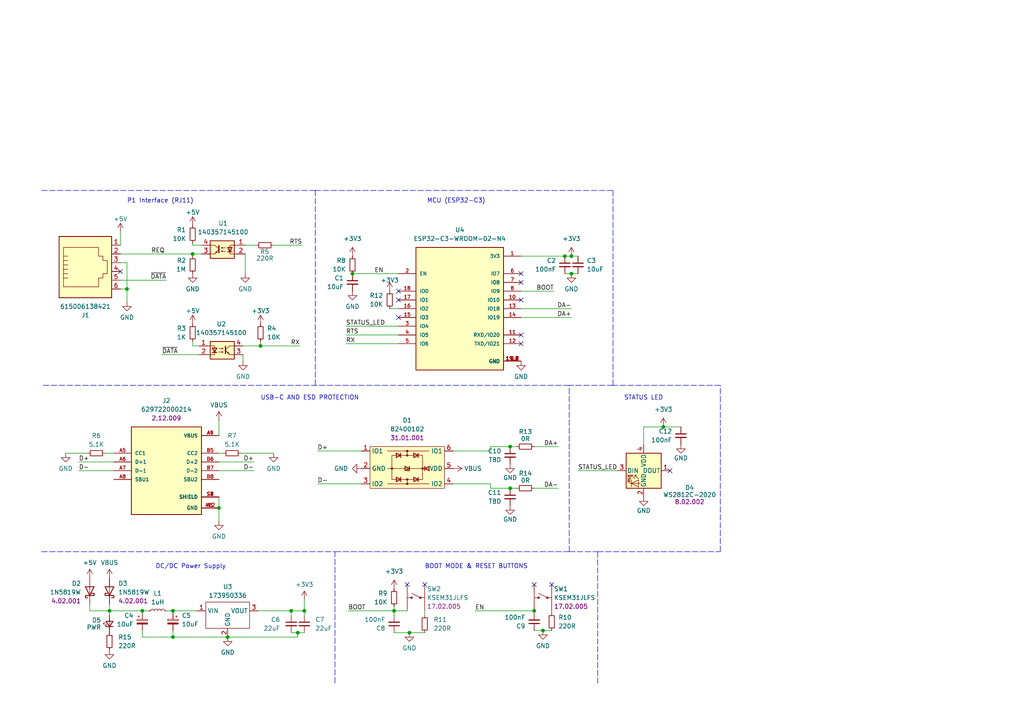
<source format=kicad_sch>
(kicad_sch (version 20230121) (generator eeschema)
  (paper "A4")
  (title_block (title "P1 Wireless Interface") (date "2024-03-17") (rev "1.0.0") (company "Manul Technologies"))
  (lib_symbols
    (symbol "Device:C_Polarized_Small" (pin_numbers hide) (pin_names (offset 0.254) hide)
      (property "Reference" "C" (at 0.254 1.778 0))
      (property "Value" "C_Polarized_Small" (at 0.254 -2.032 0))
      (symbol "C_Polarized_Small_0_1"
        (rectangle (start -1.524 -0.3048) (end 1.524 -0.6858) (fill (type outline)))
        (rectangle (start -1.524 0.6858) (end 1.524 0.3048))
        (polyline (pts (xy -1.27 1.524) (xy -0.762 1.524)))
        (polyline (pts (xy -1.016 1.27) (xy -1.016 1.778)))
      )
      (symbol "C_Polarized_Small_1_1"
        (pin passive line (at 0 2.54 270) (length 1.8542) (name "~") (number "1"))
        (pin passive line (at 0 -2.54 90) (length 1.8542) (name "~") (number "2"))
      )
    )
    (symbol "Device:C_Small" (pin_numbers hide) (pin_names (offset 0.254) hide)
      (property "Reference" "C" (at 0.254 1.778 0))
      (property "Value" "C_Small" (at 0.254 -2.032 0))
      (symbol "C_Small_0_1"
        (polyline (pts (xy -1.524 -0.508) (xy 1.524 -0.508)) (stroke (width 0.3302)))
        (polyline (pts (xy -1.524 0.508) (xy 1.524 0.508)) (stroke (width 0.3048)))
      )
      (symbol "C_Small_1_1"
        (pin passive line (at 0 2.54 270) (length 2.032) (name "~") (number "1"))
        (pin passive line (at 0 -2.54 90) (length 2.032) (name "~") (number "2"))
      )
    )
    (symbol "Device:LED_Small" (pin_numbers hide) (pin_names (offset 0.254) hide)
      (property "Reference" "D" (at -1.27 3.175 0))
      (property "Value" "LED_Small" (at -4.445 -2.54 0))
      (symbol "LED_Small_0_1"
        (polyline (pts (xy -0.762 -1.016) (xy -0.762 1.016)) (stroke (width 0.254)))
        (polyline (pts (xy 1.016 0) (xy -0.762 0)))
        (polyline (pts (xy 0.762 -1.016) (xy -0.762 0) (xy 0.762 1.016) (xy 0.762 -1.016)) (stroke (width 0.254)))
        (polyline (pts (xy 0 0.762) (xy -0.508 1.27) (xy -0.254 1.27) (xy -0.508 1.27) (xy -0.508 1.016)))
        (polyline (pts (xy 0.508 1.27) (xy 0 1.778) (xy 0.254 1.778) (xy 0 1.778) (xy 0 1.524)))
      )
      (symbol "LED_Small_1_1"
        (pin passive line (at -2.54 0 0) (length 1.778) (name "K") (number "1"))
        (pin passive line (at 2.54 0 180) (length 1.778) (name "A") (number "2"))
      )
    )
    (symbol "Device:L_Small" (pin_numbers hide) (pin_names (offset 0.254) hide)
      (property "Reference" "L" (at 0.762 1.016 0))
      (property "Value" "L_Small" (at 0.762 -1.016 0))
      (symbol "L_Small_0_1"
        (arc (start 0 -2.032) (mid 0.5058 -1.524) (end 0 -1.016))
        (arc (start 0 -1.016) (mid 0.5058 -0.508) (end 0 0))
        (arc (start 0 0) (mid 0.5058 0.508) (end 0 1.016))
        (arc (start 0 1.016) (mid 0.5058 1.524) (end 0 2.032))
      )
      (symbol "L_Small_1_1"
        (pin passive line (at 0 2.54 270) (length 0.508) (name "~") (number "1"))
        (pin passive line (at 0 -2.54 90) (length 0.508) (name "~") (number "2"))
      )
    )
    (symbol "Device:R_Small" (pin_numbers hide) (pin_names (offset 0.254) hide)
      (property "Reference" "R" (at 0.762 0.508 0))
      (property "Value" "R_Small" (at 0.762 -1.016 0))
      (symbol "R_Small_0_1"
        (rectangle (start -0.762 1.778) (end 0.762 -1.778) (stroke (width 0.2032)))
      )
      (symbol "R_Small_1_1"
        (pin passive line (at 0 2.54 270) (length 0.762) (name "~") (number "1"))
        (pin passive line (at 0 -2.54 90) (length 0.762) (name "~") (number "2"))
      )
    )
    (symbol "manul_tech:140357145100" (pin_names (offset 1.016))
      (property "Reference" "U" (at -0.635 6.35 0))
      (property "Value" "140357145100" (at -6.985 4.445 0))
      (symbol "140357145100_0_1"
        (rectangle (start -3.81 2.54) (end 3.175 -2.54) (stroke (width 0.254)) (fill (type background)))
        (polyline (pts (xy -3.175 -0.635) (xy -1.905 -0.635)) (stroke (width 0.254)))
        (polyline (pts (xy 0.635 0) (xy 1.905 -1.27)))
        (polyline (pts (xy 0.635 0.254) (xy 1.905 1.27)))
        (polyline (pts (xy 1.905 -1.27) (xy 3.175 -1.27)))
        (polyline (pts (xy 1.905 1.27) (xy 3.175 1.27)))
        (polyline (pts (xy 0.635 1.143) (xy 0.635 -0.889) (xy 0.635 -0.889)) (stroke (width 0.3556)))
        (polyline (pts (xy -4.445 -1.27) (xy -2.54 -1.27) (xy -2.54 1.27) (xy -4.445 1.27)))
        (polyline (pts (xy -2.54 -0.635) (xy -3.175 0.635) (xy -1.905 0.635) (xy -2.54 -0.635)) (stroke (width 0.254)))
        (polyline (pts (xy 1.651 -1.016) (xy 1.397 -0.508) (xy 1.143 -0.762) (xy 1.651 -1.016)))
        (polyline (pts (xy -1.27 -0.508) (xy 0 -0.508) (xy -0.381 -0.635) (xy -0.381 -0.381) (xy 0 -0.508)))
        (polyline (pts (xy -1.27 0.508) (xy 0 0.508) (xy -0.381 0.381) (xy -0.381 0.635) (xy 0 0.508)))
      )
      (symbol "140357145100_1_1"
        (pin passive line (at -6.985 1.27 0) (length 2.54) (name "~") (number "1"))
        (pin passive line (at -6.985 -1.27 0) (length 2.54) (name "~") (number "2"))
        (pin passive line (at 5.715 -1.27 180) (length 2.54) (name "~") (number "3"))
        (pin passive line (at 5.715 1.27 180) (length 2.54) (name "~") (number "4"))
      )
    )
    (symbol "manul_tech:173950336"
      (property "Reference" "U" (at 0 6.35 0))
      (property "Value" "173950336" (at 0 3.81 0))
      (symbol "173950336_0_1"
        (rectangle (start -6.35 2.54) (end 6.35 -5.08))
      )
      (symbol "173950336_1_1"
        (pin input line (at -8.89 0 0) (length 2.54) (name "VIN") (number "1"))
        (pin input line (at 0 -7.62 90) (length 2.54) (name "GND") (number "2"))
        (pin input line (at 8.89 0 180) (length 2.54) (name "VOUT") (number "3"))
      )
    )
    (symbol "manul_tech:1N5819W" (pin_numbers hide) (pin_names (offset 1.016) hide)
      (property "Reference" "D" (at 0 2.54 0))
      (property "Value" "1N5819W" (at 0 -2.54 0))
      (property "internalRef" "4.02.001" (at 0 -5.08 0))
      (symbol "1N5819W_0_1"
        (polyline (pts (xy 1.27 0) (xy -1.27 0)))
        (polyline (pts (xy 1.27 1.27) (xy 1.27 -1.27) (xy -1.27 0) (xy 1.27 1.27)) (stroke (width 0.254)))
        (polyline (pts (xy -1.905 0.635) (xy -1.905 1.27) (xy -1.27 1.27) (xy -1.27 -1.27) (xy -0.635 -1.27) (xy -0.635 -0.635)) (stroke (width 0.254)))
      )
      (symbol "1N5819W_1_1"
        (pin passive line (at -3.81 0 0) (length 2.54) (name "K") (number "1"))
        (pin passive line (at 3.81 0 180) (length 2.54) (name "A") (number "2"))
      )
    )
    (symbol "manul_tech:615006138421" (pin_names (offset 1.016))
      (property "Reference" "J" (at -5.08 11.43 0))
      (property "Value" "615006138421" (at 2.54 11.43 0))
      (symbol "615006138421_0_1"
        (polyline (pts (xy -6.35 -1.905) (xy -5.08 -1.905) (xy -5.08 -1.905)))
        (polyline (pts (xy -6.35 -0.635) (xy -5.08 -0.635) (xy -5.08 -0.635)))
        (polyline (pts (xy -6.35 0.635) (xy -5.08 0.635) (xy -5.08 0.635)))
        (polyline (pts (xy -6.35 1.905) (xy -5.08 1.905) (xy -5.08 1.905)))
        (polyline (pts (xy -6.35 3.175) (xy -5.08 3.175) (xy -5.08 3.175)))
        (polyline (pts (xy -5.08 4.445) (xy -6.35 4.445) (xy -6.35 4.445)))
        (polyline (pts (xy -6.35 -4.445) (xy -6.35 6.985) (xy 3.81 6.985) (xy 3.81 4.445) (xy 5.08 4.445) (xy 5.08 3.175) (xy 6.35 3.175) (xy 6.35 -0.635) (xy 5.08 -0.635) (xy 5.08 -1.905) (xy 3.81 -1.905) (xy 3.81 -4.445) (xy -6.35 -4.445) (xy -6.35 -4.445)))
        (rectangle (start 7.62 10.16) (end -7.62 -7.62) (stroke (width 0.254)) (fill (type background)))
      )
      (symbol "615006138421_1_1"
        (pin passive line (at 10.16 -5.08 180) (length 2.54) (name "~") (number "1"))
        (pin passive line (at 10.16 -2.54 180) (length 2.54) (name "~") (number "2"))
        (pin passive line (at 10.16 0 180) (length 2.54) (name "~") (number "3"))
        (pin passive line (at 10.16 2.54 180) (length 2.54) (name "~") (number "4"))
        (pin passive line (at 10.16 5.08 180) (length 2.54) (name "~") (number "5"))
        (pin passive line (at 10.16 7.62 180) (length 2.54) (name "~") (number "6"))
      )
    )
    (symbol "manul_tech:629722000214" (pin_names (offset 1.016))
      (property "Reference" "J" (at -10.16 13.208 0))
      (property "Value" "629722000214" (at -10.16 -15.24 0))
      (property "internalRef" "2.12.009" (at -0.635 14.605 0))
      (symbol "629722000214_0_0"
        (rectangle (start -10.16 -12.7) (end 10.16 12.7) (stroke (width 0.254)) (fill (type background)))
        (pin power_in line (at 15.24 -10.795 180) (length 5.08) (name "GND") (number "A1"))
        (pin power_in line (at 15.24 -10.795 180) (length 5.08) (name "GND") (number "A12"))
        (pin power_in line (at 15.24 10.16 180) (length 5.08) (name "VBUS") (number "A4"))
        (pin bidirectional line (at -15.24 5.08 0) (length 5.08) (name "CC1") (number "A5"))
        (pin bidirectional line (at -15.24 2.54 0) (length 5.08) (name "D+1") (number "A6"))
        (pin bidirectional line (at -15.24 0 0) (length 5.08) (name "D-1") (number "A7"))
        (pin bidirectional line (at -15.24 -2.54 0) (length 5.08) (name "SBU1") (number "A8"))
        (pin power_in line (at 15.24 10.16 180) (length 5.08) (name "VBUS") (number "A9"))
        (pin bidirectional line (at 15.24 5.08 180) (length 5.08) (name "CC2") (number "B5"))
        (pin bidirectional line (at 15.24 2.54 180) (length 5.08) (name "D+2") (number "B6"))
        (pin bidirectional line (at 15.24 0 180) (length 5.08) (name "D-2") (number "B7"))
        (pin bidirectional line (at 15.24 -2.54 180) (length 5.08) (name "SBU2") (number "B8"))
        (pin power_in line (at 15.24 -7.62 180) (length 5.08) (name "SHIELD") (number "S1"))
        (pin power_in line (at 15.24 -7.62 180) (length 5.08) (name "SHIELD") (number "S2"))
        (pin power_in line (at 15.24 -7.62 180) (length 5.08) (name "SHIELD") (number "S3"))
        (pin power_in line (at 15.24 -7.62 180) (length 5.08) (name "SHIELD") (number "S4"))
      )
    )
    (symbol "manul_tech:82400102"
      (property "Reference" "D" (at 0 9.525 0))
      (property "Value" "82400102" (at 0 7.62 0))
      (property "internalRef" "31.01.001" (at 0 12.065 0))
      (symbol "82400102_0_1"
        (circle (center -4.445 0) (radius 0.254) (fill (type outline)))
        (circle (center 0 -4.445) (radius 0.254) (fill (type outline)))
        (circle (center 0 -3.175) (radius 0.254) (fill (type outline)))
        (polyline (pts (xy -5.715 -4.445) (xy 0 -4.445)))
        (polyline (pts (xy -5.715 5.08) (xy 0 5.08)))
        (polyline (pts (xy 0 -4.445) (xy 6.35 -4.445)))
        (polyline (pts (xy 0 -3.175) (xy 0 -4.445)))
        (polyline (pts (xy 0 3.81) (xy 0 5.08)))
        (polyline (pts (xy 0 5.08) (xy 6.35 5.08)))
        (polyline (pts (xy 3.81 -3.175) (xy -3.81 -3.175)))
        (polyline (pts (xy 3.81 3.81) (xy -3.81 3.81)))
        (polyline (pts (xy 6.35 0) (xy -5.715 0)))
        (polyline (pts (xy -1.905 -2.54) (xy -1.905 -3.81) (xy -1.905 -3.81)) (stroke (width 0.254)))
        (polyline (pts (xy -1.905 4.445) (xy -1.905 3.175) (xy -1.905 3.175)) (stroke (width 0.254)))
        (polyline (pts (xy 0.635 0.635) (xy 0.635 -0.635) (xy 0 -0.635)) (stroke (width 0.254)))
        (polyline (pts (xy 3.175 -2.54) (xy 3.175 -3.81) (xy 3.175 -3.81)) (stroke (width 0.254)))
        (polyline (pts (xy 3.175 4.445) (xy 3.175 3.175) (xy 3.175 3.175)) (stroke (width 0.254)))
        (polyline (pts (xy 5.08 -0.635) (xy 5.08 0.635) (xy 5.08 0.635)) (stroke (width 0.254)))
        (polyline (pts (xy -3.81 -3.175) (xy -4.445 -3.175) (xy -4.445 0) (xy -4.445 3.81) (xy -3.81 3.81)))
        (polyline (pts (xy 3.81 3.81) (xy 4.445 3.81) (xy 4.445 0) (xy 4.445 -3.175) (xy 3.81 -3.175)))
        (polyline (pts (xy -3.175 -2.54) (xy -1.905 -3.175) (xy -3.175 -3.81) (xy -3.175 -3.175) (xy -3.175 -2.54) (xy -3.175 -2.54)) (stroke (width 0.254)))
        (polyline (pts (xy -3.175 4.445) (xy -1.905 3.81) (xy -3.175 3.175) (xy -3.175 3.81) (xy -3.175 4.445) (xy -3.175 4.445)) (stroke (width 0.254)))
        (polyline (pts (xy -0.635 0.635) (xy 0.635 0) (xy -0.635 -0.635) (xy -0.635 0) (xy -0.635 0.635) (xy -0.635 0.635)) (stroke (width 0.254)))
        (polyline (pts (xy 1.905 -2.54) (xy 3.175 -3.175) (xy 1.905 -3.81) (xy 1.905 -3.175) (xy 1.905 -2.54) (xy 1.905 -2.54)) (stroke (width 0.254)))
        (polyline (pts (xy 1.905 4.445) (xy 3.175 3.81) (xy 1.905 3.175) (xy 1.905 3.81) (xy 1.905 4.445) (xy 1.905 4.445)) (stroke (width 0.254)))
        (polyline (pts (xy 6.35 -0.635) (xy 5.08 0) (xy 6.35 0.635) (xy 6.35 0) (xy 6.35 -0.635) (xy 6.35 -0.635)) (stroke (width 0.254)))
        (circle (center 0 3.81) (radius 0.254) (fill (type outline)))
        (circle (center 0 5.08) (radius 0.254) (fill (type outline)))
        (circle (center 4.445 0) (radius 0.254) (fill (type outline)))
      )
      (symbol "82400102_1_1"
        (rectangle (start -10.795 6.35) (end 10.795 -5.715) (fill (type background)))
        (pin input line (at -13.335 5.08 0) (length 2.54) (name "IO1") (number "1"))
        (pin input line (at -13.335 0 0) (length 2.54) (name "GND") (number "2"))
        (pin input line (at -13.335 -4.445 0) (length 2.54) (name "IO2") (number "3"))
        (pin input line (at 13.335 -4.445 180) (length 2.54) (name "IO2") (number "4"))
        (pin input line (at 13.335 0 180) (length 2.54) (name "VDD") (number "5"))
        (pin input line (at 13.335 5.08 180) (length 2.54) (name "IO1") (number "6"))
      )
    )
    (symbol "manul_tech:ESP32-C3-WROOM-02-N4" (pin_names (offset 1.016))
      (property "Reference" "U" (at -12.7 18.542 0))
      (property "Value" "ESP32-C3-WROOM-02U-N4" (at -12.7 -20.32 0))
      (symbol "ESP32-C3-WROOM-02-N4_0_0"
        (rectangle (start -12.7 -17.78) (end 12.7 17.78) (stroke (width 0.254)) (fill (type background)))
        (pin power_in line (at 17.78 15.24 180) (length 5.08) (name "3V3") (number "1"))
        (pin bidirectional line (at 17.78 2.54 180) (length 5.08) (name "IO10") (number "10"))
        (pin bidirectional line (at 17.78 -7.62 180) (length 5.08) (name "RXD/IO20") (number "11"))
        (pin bidirectional line (at 17.78 -10.16 180) (length 5.08) (name "TXD/IO21") (number "12"))
        (pin bidirectional line (at 17.78 0 180) (length 5.08) (name "IO18") (number "13"))
        (pin bidirectional line (at 17.78 -2.54 180) (length 5.08) (name "IO19") (number "14"))
        (pin bidirectional line (at -17.78 -2.54 0) (length 5.08) (name "IO3") (number "15"))
        (pin bidirectional line (at -17.78 0 0) (length 5.08) (name "IO2") (number "16"))
        (pin bidirectional line (at -17.78 2.54 0) (length 5.08) (name "IO1") (number "17"))
        (pin bidirectional line (at -17.78 5.08 0) (length 5.08) (name "IO0") (number "18"))
        (pin power_in line (at 17.78 -15.24 180) (length 5.08) (name "GND") (number "19_1"))
        (pin power_in line (at 17.78 -15.24 180) (length 5.08) (name "GND") (number "19_2"))
        (pin power_in line (at 17.78 -15.24 180) (length 5.08) (name "GND") (number "19_3"))
        (pin power_in line (at 17.78 -15.24 180) (length 5.08) (name "GND") (number "19_4"))
        (pin power_in line (at 17.78 -15.24 180) (length 5.08) (name "GND") (number "19_5"))
        (pin power_in line (at 17.78 -15.24 180) (length 5.08) (name "GND") (number "19_6"))
        (pin power_in line (at 17.78 -15.24 180) (length 5.08) (name "GND") (number "19_7"))
        (pin power_in line (at 17.78 -15.24 180) (length 5.08) (name "GND") (number "19_8"))
        (pin power_in line (at 17.78 -15.24 180) (length 5.08) (name "GND") (number "19_9"))
        (pin input line (at -17.78 10.16 0) (length 5.08) (name "EN") (number "2"))
        (pin bidirectional line (at -17.78 -5.08 0) (length 5.08) (name "IO4") (number "3"))
        (pin bidirectional line (at -17.78 -7.62 0) (length 5.08) (name "IO5") (number "4"))
        (pin bidirectional line (at -17.78 -10.16 0) (length 5.08) (name "IO6") (number "5"))
        (pin bidirectional line (at 17.78 10.16 180) (length 5.08) (name "IO7") (number "6"))
        (pin bidirectional line (at 17.78 7.62 180) (length 5.08) (name "IO8") (number "7"))
        (pin bidirectional line (at 17.78 5.08 180) (length 5.08) (name "IO9") (number "8"))
        (pin power_in line (at 17.78 -15.24 180) (length 5.08) (name "GND") (number "9"))
      )
    )
    (symbol "manul_tech:KSEM31JLFS" (pin_numbers hide) (pin_names (offset 1.016) hide)
      (property "Reference" "SW" (at -1.27 9.398 0))
      (property "Value" "KSEM31JLFS" (at 0 7.366 0))
      (property "internalRef" "17.02.005" (at 0 4.826 0))
      (symbol "KSEM31JLFS_0_1"
        (circle (center 0 -1.27) (radius 0.254) (fill (type outline)))
        (polyline (pts (xy -1.27 2.54) (xy 1.27 2.54)))
        (polyline (pts (xy 0 -2.54) (xy 0 -1.27)))
        (polyline (pts (xy 0 -1.27) (xy 1.27 1.27)))
        (polyline (pts (xy 0 2.54) (xy 0 1.27)))
        (polyline (pts (xy 1.27 -2.54) (xy -1.27 -2.54)))
        (circle (center 0 1.27) (radius 0.254) (fill (type outline)))
      )
      (symbol "KSEM31JLFS_1_1"
        (pin passive line (at -3.81 2.54 0) (length 2.54) (name "~") (number "1"))
        (pin passive line (at 3.81 2.54 180) (length 2.54) (name "~") (number "2"))
        (pin passive line (at -3.81 -2.54 0) (length 2.54) (name "~") (number "3"))
        (pin passive line (at 3.81 -2.54 180) (length 2.54) (name "~") (number "4"))
      )
    )
    (symbol "manul_tech:WS2812C-2020" (pin_names (offset 0.254))
      (property "Reference" "D" (at 5.08 5.715 0))
      (property "Value" "WS2812C-2020" (at 5.08 -6.985 0))
      (property "internalRef" "8.02.002" (at 9.398 -11.43 0))
      (symbol "WS2812C-2020_0_0"
        (text "RGB" (at -4.191 -2.286 900) (effects (font (size 0.762 0.762))))
      )
      (symbol "WS2812C-2020_0_1"
        (polyline (pts (xy -3.556 -4.699) (xy -3.556 -2.667)))
        (polyline (pts (xy -3.556 -1.27) (xy -3.556 -1.778)))
        (polyline (pts (xy -2.54 -1.27) (xy -2.54 -1.778)))
        (polyline (pts (xy -2.54 -2.286) (xy -3.556 -1.27) (xy -3.048 -1.27)))
        (polyline (pts (xy -1.524 -2.286) (xy -2.54 -1.27) (xy -2.032 -1.27)))
        (polyline (pts (xy -1.016 -3.683) (xy -3.556 -3.683) (xy -4.064 -3.683)))
        (polyline (pts (xy -1.524 -4.699) (xy -1.524 -2.667) (xy -3.556 -3.683) (xy -1.524 -4.699)))
        (rectangle (start 5.08 -5.08) (end -5.08 5.08) (stroke (width 0.254)) (fill (type background)))
      )
      (symbol "WS2812C-2020_1_1"
        (pin power_in line (at 7.62 0 180) (length 2.54) (name "DOUT") (number "1"))
        (pin output line (at 0 -7.62 90) (length 2.54) (name "GND") (number "2"))
        (pin power_in line (at -7.62 0 0) (length 2.54) (name "DIN") (number "3"))
        (pin input line (at 0 7.62 270) (length 2.54) (name "VDD") (number "4"))
      )
    )
    (symbol "power:+3V3" (power) (pin_names (offset 0))
      (property "Value" "+3V3" (at 0 3.556 0))
      (symbol "+3V3_0_1"
        (polyline (pts (xy -0.762 1.27) (xy 0 2.54)))
        (polyline (pts (xy 0 0) (xy 0 2.54)))
        (polyline (pts (xy 0 2.54) (xy 0.762 1.27)))
      )
      (symbol "+3V3_1_1"
        (pin power_in line (at 0 0 90) (length 0) hide (name "+3V3") (number "1"))
      )
    )
    (symbol "power:+5V" (power) (pin_names (offset 0))
      (property "Value" "+5V" (at 0 3.556 0))
      (symbol "+5V_0_1"
        (polyline (pts (xy -0.762 1.27) (xy 0 2.54)))
        (polyline (pts (xy 0 0) (xy 0 2.54)))
        (polyline (pts (xy 0 2.54) (xy 0.762 1.27)))
      )
      (symbol "+5V_1_1"
        (pin power_in line (at 0 0 90) (length 0) hide (name "+5V") (number "1"))
      )
    )
    (symbol "power:GND" (power) (pin_names (offset 0))
      (property "Value" "GND" (at 0 -3.81 0))
      (symbol "GND_0_1"
        (polyline (pts (xy 0 0) (xy 0 -1.27) (xy 1.27 -1.27) (xy 0 -2.54) (xy -1.27 -1.27) (xy 0 -1.27)))
      )
      (symbol "GND_1_1"
        (pin power_in line (at 0 0 270) (length 0) hide (name "GND") (number "1"))
      )
    )
    (symbol "power:VBUS" (power) (pin_names (offset 0))
      (property "Value" "VBUS" (at 0 3.81 0))
      (symbol "VBUS_0_1"
        (polyline (pts (xy -0.762 1.27) (xy 0 2.54)))
        (polyline (pts (xy 0 0) (xy 0 2.54)))
        (polyline (pts (xy 0 2.54) (xy 0.762 1.27)))
      )
      (symbol "VBUS_1_1"
        (pin power_in line (at 0 0 90) (length 0) hide (name "VBUS") (number "1"))
      )
    )
  )
  (junction (at 157.48 182.88))
  (junction (at 192.405 123.825))
  (junction (at 50.165 184.785))
  (junction (at 31.75 177.165))
  (junction (at 165.735 79.375))
  (junction (at 75.565 100.33))
  (junction (at 84.455 177.165))
  (junction (at 41.275 177.165))
  (junction (at 36.83 83.82))
  (junction (at 66.04 184.785))
  (junction (at 147.955 141.605))
  (junction (at 86.36 183.515))
  (junction (at 163.83 74.295))
  (junction (at 154.94 177.165))
  (junction (at 50.165 177.165))
  (junction (at 63.5 147.32))
  (junction (at 88.265 177.165))
  (junction (at 118.745 183.515))
  (junction (at 147.955 129.54))
  (junction (at 102.235 79.375))
  (junction (at 55.88 73.66))
  (junction (at 165.735 74.295))
  (junction (at 114.3 177.165))
  (no_connect (at 154.94 169.545))
  (no_connect (at 115.57 84.455))
  (no_connect (at 118.11 169.545))
  (no_connect (at 194.31 136.525))
  (no_connect (at 151.13 99.695))
  (no_connect (at 160.02 169.545))
  (no_connect (at 115.57 86.995))
  (no_connect (at 123.19 169.545))
  (no_connect (at 151.13 86.995))
  (no_connect (at 151.13 81.915))
  (no_connect (at 34.925 78.74))
  (no_connect (at 115.57 92.075))
  (no_connect (at 151.13 97.155))
  (no_connect (at 151.13 79.375))
  (wire (pts (xy 50.165 182.88) (xy 50.165 184.785)))
  (wire (pts (xy 154.94 182.88) (xy 157.48 182.88)))
  (wire (pts (xy 34.925 83.82) (xy 36.83 83.82)))
  (wire (pts (xy 154.94 129.54) (xy 161.925 129.54)))
  (wire (pts (xy 55.88 99.06) (xy 55.88 100.33)))
  (wire (pts (xy 131.445 130.81) (xy 142.24 130.81)))
  (wire (pts (xy 163.83 74.295) (xy 165.735 74.295)))
  (wire (pts (xy 71.12 73.66) (xy 71.12 79.375)))
  (wire (pts (xy 88.265 173.99) (xy 88.265 177.165)))
  (wire (pts (xy 114.3 183.515) (xy 118.745 183.515)))
  (wire (pts (xy 22.86 136.525) (xy 33.02 136.525)))
  (wire (pts (xy 41.275 184.785) (xy 41.275 182.88)))
  (wire (pts (xy 163.83 79.375) (xy 165.735 79.375)))
  (wire (pts (xy 165.735 74.295) (xy 167.64 74.295)))
  (wire (pts (xy 151.13 92.075) (xy 165.735 92.075)))
  (wire (pts (xy 92.075 140.335) (xy 104.775 140.335)))
  (wire (pts (xy 55.88 70.485) (xy 55.88 71.12)))
  (wire (pts (xy 48.26 177.165) (xy 50.165 177.165)))
  (wire (pts (xy 34.925 67.31) (xy 34.925 71.12)))
  (wire (pts (xy 79.375 71.12) (xy 87.63 71.12)))
  (wire (pts (xy 100.33 94.615) (xy 115.57 94.615)))
  (wire (pts (xy 118.745 183.515) (xy 123.19 183.515)))
  (wire (pts (xy 165.735 79.375) (xy 167.64 79.375)))
  (wire (pts (xy 41.275 184.785) (xy 50.165 184.785)))
  (wire (pts (xy 66.04 184.785) (xy 86.36 184.785)))
  (wire (pts (xy 26.035 177.165) (xy 26.035 175.26)))
  (polyline (pts (xy 12.065 160.02) (xy 97.155 160.02)) (stroke (width 0) (type dash)))
  (wire (pts (xy 157.48 182.88) (xy 160.02 182.88)))
  (wire (pts (xy 142.24 129.54) (xy 142.24 130.81)))
  (polyline (pts (xy 12.065 55.245) (xy 91.44 55.245)) (stroke (width 0) (type dash)))
  (wire (pts (xy 100.33 99.695) (xy 115.57 99.695)))
  (wire (pts (xy 100.33 97.155) (xy 115.57 97.155)))
  (wire (pts (xy 88.265 178.435) (xy 88.265 177.165)))
  (polyline (pts (xy 177.8 111.76) (xy 165.1 111.76)) (stroke (width 0) (type dash)))
  (wire (pts (xy 84.455 177.165) (xy 88.265 177.165)))
  (polyline (pts (xy 97.155 198.12) (xy 97.155 160.02)) (stroke (width 0) (type dash)))
  (wire (pts (xy 84.455 183.515) (xy 86.36 183.515)))
  (wire (pts (xy 113.03 89.535) (xy 115.57 89.535)))
  (wire (pts (xy 147.955 129.54) (xy 149.86 129.54)))
  (polyline (pts (xy 177.8 55.245) (xy 177.8 111.76)) (stroke (width 0) (type dash)))
  (polyline (pts (xy 173.355 160.02) (xy 208.915 160.02)) (stroke (width 0) (type dash)))
  (wire (pts (xy 74.93 177.165) (xy 84.455 177.165)))
  (wire (pts (xy 19.05 131.445) (xy 25.4 131.445)))
  (wire (pts (xy 151.13 89.535) (xy 165.735 89.535)))
  (wire (pts (xy 63.5 147.32) (xy 63.5 151.13)))
  (wire (pts (xy 63.5 131.445) (xy 64.77 131.445)))
  (wire (pts (xy 114.3 177.165) (xy 118.11 177.165)))
  (wire (pts (xy 86.36 184.785) (xy 86.36 183.515)))
  (polyline (pts (xy 208.915 111.76) (xy 177.8 111.76)) (stroke (width 0) (type dash)))
  (wire (pts (xy 63.5 121.92) (xy 63.5 126.365)))
  (wire (pts (xy 50.165 177.165) (xy 50.165 177.8)))
  (wire (pts (xy 63.5 133.985) (xy 73.66 133.985)))
  (wire (pts (xy 31.75 177.165) (xy 41.275 177.165)))
  (wire (pts (xy 100.965 177.165) (xy 114.3 177.165)))
  (wire (pts (xy 151.13 74.295) (xy 163.83 74.295)))
  (wire (pts (xy 137.795 177.165) (xy 154.94 177.165)))
  (wire (pts (xy 147.955 141.605) (xy 149.86 141.605)))
  (wire (pts (xy 34.925 73.66) (xy 55.88 73.66)))
  (wire (pts (xy 31.75 177.165) (xy 31.75 178.435)))
  (wire (pts (xy 154.94 141.605) (xy 161.925 141.605)))
  (polyline (pts (xy 208.915 160.02) (xy 208.915 111.76)) (stroke (width 0) (type dash)))
  (polyline (pts (xy 165.1 160.02) (xy 173.355 160.02)) (stroke (width 0) (type dash)))
  (wire (pts (xy 142.24 141.605) (xy 147.955 141.605)))
  (wire (pts (xy 55.88 73.66) (xy 58.42 73.66)))
  (wire (pts (xy 55.88 71.12) (xy 58.42 71.12)))
  (wire (pts (xy 41.275 177.165) (xy 43.18 177.165)))
  (wire (pts (xy 92.075 130.81) (xy 104.775 130.81)))
  (wire (pts (xy 167.64 136.525) (xy 179.07 136.525)))
  (wire (pts (xy 63.5 136.525) (xy 73.66 136.525)))
  (wire (pts (xy 102.235 79.375) (xy 115.57 79.375)))
  (wire (pts (xy 55.88 74.295) (xy 55.88 73.66)))
  (wire (pts (xy 154.94 177.165) (xy 154.94 177.8)))
  (wire (pts (xy 131.445 140.335) (xy 142.24 140.335)))
  (wire (pts (xy 30.48 131.445) (xy 33.02 131.445)))
  (wire (pts (xy 123.19 178.435) (xy 123.19 177.165)))
  (polyline (pts (xy 91.44 55.245) (xy 177.8 55.245)) (stroke (width 0) (type dash)))
  (wire (pts (xy 34.925 76.2) (xy 36.83 76.2)))
  (wire (pts (xy 114.3 175.895) (xy 114.3 177.165)))
  (wire (pts (xy 186.69 128.905) (xy 186.69 123.825)))
  (wire (pts (xy 192.405 123.825) (xy 197.485 123.825)))
  (wire (pts (xy 114.3 177.165) (xy 114.3 178.435)))
  (wire (pts (xy 22.86 133.985) (xy 33.02 133.985)))
  (wire (pts (xy 86.36 183.515) (xy 88.265 183.515)))
  (wire (pts (xy 86.995 100.33) (xy 75.565 100.33)))
  (wire (pts (xy 186.69 123.825) (xy 192.405 123.825)))
  (wire (pts (xy 75.565 100.33) (xy 70.485 100.33)))
  (wire (pts (xy 70.485 102.87) (xy 70.485 104.775)))
  (wire (pts (xy 151.13 84.455) (xy 160.655 84.455)))
  (wire (pts (xy 160.02 177.165) (xy 160.02 177.8)))
  (wire (pts (xy 71.12 71.12) (xy 74.295 71.12)))
  (wire (pts (xy 46.99 102.87) (xy 57.785 102.87)))
  (wire (pts (xy 31.75 175.26) (xy 31.75 177.165)))
  (wire (pts (xy 142.24 129.54) (xy 147.955 129.54)))
  (wire (pts (xy 142.24 140.335) (xy 142.24 141.605)))
  (wire (pts (xy 63.5 144.145) (xy 63.5 147.32)))
  (polyline (pts (xy 173.355 160.02) (xy 173.355 198.12)) (stroke (width 0) (type dash)))
  (wire (pts (xy 41.275 177.165) (xy 41.275 177.8)))
  (wire (pts (xy 75.565 99.06) (xy 75.565 100.33)))
  (wire (pts (xy 50.165 184.785) (xy 66.04 184.785)))
  (wire (pts (xy 36.83 83.82) (xy 36.83 87.63)))
  (wire (pts (xy 55.88 100.33) (xy 57.785 100.33)))
  (polyline (pts (xy 97.155 160.02) (xy 165.1 160.02)) (stroke (width 0) (type dash)))
  (wire (pts (xy 50.165 177.165) (xy 57.15 177.165)))
  (wire (pts (xy 34.925 81.28) (xy 48.26 81.28)))
  (polyline (pts (xy 165.1 111.76) (xy 12.065 111.76)) (stroke (width 0) (type dash)))
  (wire (pts (xy 26.035 177.165) (xy 31.75 177.165)))
  (wire (pts (xy 69.85 131.445) (xy 79.375 131.445)))
  (wire (pts (xy 84.455 178.435) (xy 84.455 177.165)))
  (polyline (pts (xy 91.44 111.76) (xy 91.44 55.245)) (stroke (width 0) (type dash)))
  (polyline (pts (xy 165.1 160.02) (xy 165.1 111.76)) (stroke (width 0) (type dash)))
  (wire (pts (xy 36.83 76.2) (xy 36.83 83.82)))
  (text "P1 Interface (RJ11)" (at 36.83 59.055 0) (effects (font (size 1.27 1.27)) (justify left bottom)))
  (text "MCU (ESP32-C3)" (at 123.825 59.055 0) (effects (font (size 1.27 1.27)) (justify left bottom)))
  (text "STATUS LED\n" (at 180.975 116.205 0) (effects (font (size 1.27 1.27)) (justify left bottom)))
  (text "DC/DC Power Supply" (at 45.085 165.1 0) (effects (font (size 1.27 1.27)) (justify left bottom)))
  (text "BOOT MODE & RESET BUTTONS" (at 123.19 165.1 0) (effects (font (size 1.27 1.27)) (justify left bottom)))
  (text "USB-C AND ESD PROTECTION\n" (at 75.565 116.205 0) (effects (font (size 1.27 1.27)) (justify left bottom)))
  (label "DA+" (at 161.925 129.54 180))
  (label "RX" (at 86.995 100.33 180))
  (label "REQ" (at 43.815 73.66 0))
  (label "D+" (at 92.075 130.81 0))
  (label "BOOT" (at 160.655 84.455 180))
  (label "~{DATA}" (at 48.26 81.28 180))
  (label "DA-" (at 161.925 141.605 180))
  (label "STATUS_LED" (at 100.33 94.615 0))
  (label "D+" (at 22.86 133.985 0))
  (label "D-" (at 92.075 140.335 0))
  (label "STATUS_LED" (at 167.64 136.525 0))
  (label "RX" (at 100.33 99.695 0))
  (label "D-" (at 22.86 136.525 0))
  (label "EN" (at 108.585 79.375 0))
  (label "DA+" (at 165.735 92.075 180))
  (label "DA-" (at 165.735 89.535 180))
  (label "RTS" (at 87.63 71.12 180))
  (label "D+" (at 73.66 133.985 180))
  (label "RTS" (at 100.33 97.155 0))
  (label "D-" (at 73.66 136.525 180))
  (label "EN" (at 137.795 177.165 0))
  (label "BOOT" (at 100.965 177.165 0))
  (label "~{DATA}" (at 46.99 102.87 0))
  (symbol (lib_id "Device:R_Small") (at 113.03 86.995 0) (unit 1)
    (property "Reference" "R12" (at 111.125 85.725 0) (effects (justify right)))
    (property "Value" "10K" (at 111.125 88.265 0) (effects (justify right)))
    (property "Footprint" "Resistor_SMD:R_0402_1005Metric" (effects hide))
    (property "MPN" "CRCW040210K0FKEDHP" (effects hide))
    (property "internalRef" "12.02.010" (effects hide))
  )
  (symbol (lib_id "Device:C_Small") (at 163.83 76.835 0) (mirror y) (unit 1)
    (property "Reference" "C2" (at 161.29 75.5713 0) (effects (justify left)))
    (property "Value" "100nF" (at 161.29 78.1113 0) (effects (justify left)))
    (property "Footprint" "Capacitor_SMD:C_0402_1005Metric" (effects hide))
    (property "MPN" "885012205037" (effects hide))
    (property "internalRef" "1.03.019" (effects hide))
  )
  (symbol (lib_id "power:GND") (at 19.05 131.445 0) (unit 1)
    (property "Reference" "#PWR09" (effects hide))
    (property "Value" "GND" (at 19.05 135.89 0))
  )
  (symbol (lib_id "power:GND") (at 104.775 135.89 270) (unit 1)
    (property "Reference" "#PWR013" (effects hide))
    (property "Value" "GND" (at 100.965 135.89 90) (effects (justify right)))
  )
  (symbol (lib_id "power:+5V") (at 26.035 167.64 0) (unit 1)
    (property "Reference" "#PWR020" (effects hide))
    (property "Value" "+5V" (at 26.035 163.195 0))
  )
  (symbol (lib_id "manul_tech:1N5819W") (at 31.75 171.45 270) (mirror x) (unit 1)
    (property "Reference" "D3" (at 34.29 169.2275 90) (effects (justify left)))
    (property "Value" "1N5819W" (at 34.29 171.7675 90) (effects (justify left)))
    (property "Footprint" "Diode_SMD:D_SOD-123" (effects hide))
    (property "internalRef" "4.02.001" (at 34.29 174.3075 90) (effects (justify left)))
    (property "MPN" "1N5819HW-7-F" (effects hide))
  )
  (symbol (lib_id "Device:C_Small") (at 102.235 81.915 0) (mirror y) (unit 1)
    (property "Reference" "C1" (at 99.695 80.6513 0) (effects (justify left)))
    (property "Value" "10uF" (at 99.695 83.1913 0) (effects (justify left)))
    (property "Footprint" "Capacitor_SMD:C_0402_1005Metric" (effects hide))
    (property "MPN" "0402ZD106MAT2A" (effects hide))
    (property "internalRef" "1.03.011" (effects hide))
  )
  (symbol (lib_id "power:GND") (at 151.13 104.775 0) (unit 1)
    (property "Reference" "#PWR017" (effects hide))
    (property "Value" "GND" (at 151.13 109.22 0))
  )
  (symbol (lib_id "Device:C_Polarized_Small") (at 50.165 180.34 0) (mirror y) (unit 1)
    (property "Reference" "C5" (at 52.705 178.5239 0) (effects (justify right)))
    (property "Value" "10uF" (at 52.705 181.0639 0) (effects (justify right)))
    (property "Footprint" "Capacitor_SMD:CP_Elec_6.3x5.7" (effects hide))
    (property "MPN" "875115644009" (effects hide))
    (property "internalRef" "1.01.003" (effects hide))
  )
  (symbol (lib_id "power:VBUS") (at 31.75 167.64 0) (unit 1)
    (property "Reference" "#PWR021" (effects hide))
    (property "Value" "VBUS" (at 31.75 163.195 0))
  )
  (symbol (lib_id "Device:R_Small") (at 114.3 173.355 0) (unit 1)
    (property "Reference" "R9" (at 112.395 172.085 0) (effects (justify right)))
    (property "Value" "10K" (at 112.395 174.625 0) (effects (justify right)))
    (property "Footprint" "Resistor_SMD:R_0402_1005Metric" (effects hide))
    (property "MPN" "CRCW040210K0FKEDHP" (effects hide))
    (property "internalRef" "12.02.010" (effects hide))
  )
  (symbol (lib_id "power:GND") (at 165.735 79.375 0) (unit 1)
    (property "Reference" "#PWR019" (effects hide))
    (property "Value" "GND" (at 165.735 83.82 0))
  )
  (symbol (lib_id "Device:R_Small") (at 67.31 131.445 90) (unit 1)
    (property "Reference" "R7" (at 67.31 126.365 90))
    (property "Value" "5.1K" (at 67.31 128.905 90))
    (property "Footprint" "Resistor_SMD:R_0402_1005Metric" (effects hide))
    (property "internalRef" "12.02.006" (effects hide))
    (property "MPN" "CRCW04025K10FKED" (effects hide))
  )
  (symbol (lib_id "Device:R_Small") (at 55.88 76.835 0) (unit 1)
    (property "Reference" "R2" (at 53.975 75.565 0) (effects (justify right)))
    (property "Value" "1M" (at 53.975 78.105 0) (effects (justify right)))
    (property "Footprint" "Resistor_SMD:R_0402_1005Metric" (effects hide))
    (property "MPN" "CRCW04021M00DHEDP" (effects hide))
    (property "internalRef" "12.02.027" (effects hide))
  )
  (symbol (lib_id "power:+3V3") (at 114.3 170.815 0) (unit 1)
    (property "Reference" "#PWR024" (effects hide))
    (property "Value" "+3V3" (at 114.3 165.735 0))
  )
  (symbol (lib_id "manul_tech:629722000214") (at 48.26 136.525 0) (unit 1)
    (property "Reference" "J2" (at 48.26 116.205 0))
    (property "Value" "629722000214" (at 48.26 118.745 0))
    (property "Footprint" "manul_tech:629722000214" (effects hide))
    (property "internalRef" "2.12.009" (at 48.26 121.285 0))
    (property "MPN" "629722000214" (effects hide))
  )
  (symbol (lib_id "Device:C_Small") (at 114.3 180.975 180) (unit 1)
    (property "Reference" "C8" (at 111.76 182.2387 0) (effects (justify left)))
    (property "Value" "100nF" (at 111.76 179.6987 0) (effects (justify left)))
    (property "Footprint" "Capacitor_SMD:C_0402_1005Metric" (effects hide))
    (property "MPN" "885012205037" (effects hide))
    (property "internalRef" "1.03.019" (effects hide))
  )
  (symbol (lib_id "Device:C_Small") (at 147.955 132.08 0) (mirror y) (unit 1)
    (property "Reference" "C10" (at 145.415 130.8163 0) (effects (justify left)))
    (property "Value" "TBD" (at 145.415 133.3563 0) (effects (justify left)))
    (property "Footprint" "Capacitor_SMD:C_0402_1005Metric" (effects hide))
  )
  (symbol (lib_id "power:GND") (at 55.88 79.375 0) (unit 1)
    (property "Reference" "#PWR04" (effects hide))
    (property "Value" "GND" (at 55.88 83.82 0))
  )
  (symbol (lib_id "Device:R_Small") (at 152.4 141.605 90) (unit 1)
    (property "Reference" "R14" (at 152.4 137.2884 90))
    (property "Value" "0R" (at 152.4 139.3364 90))
    (property "Footprint" "Resistor_SMD:R_0402_1005Metric" (effects hide))
    (property "MPN" "RC0402JR-070RL" (effects hide))
    (property "internalRef" "12.02.025" (effects hide))
  )
  (symbol (lib_id "power:GND") (at 186.69 144.145 0) (unit 1)
    (property "Reference" "#PWR030" (effects hide))
    (property "Value" "GND" (at 186.69 148.09 0))
  )
  (symbol (lib_id "Device:C_Small") (at 167.64 76.835 0) (unit 1)
    (property "Reference" "C3" (at 170.18 75.5713 0) (effects (justify left)))
    (property "Value" "10uF" (at 170.18 78.1113 0) (effects (justify left)))
    (property "Footprint" "Capacitor_SMD:C_0402_1005Metric" (effects hide))
    (property "MPN" "0402ZD106MAT2A" (effects hide))
    (property "internalRef" "1.03.011" (effects hide))
  )
  (symbol (lib_id "manul_tech:WS2812C-2020") (at 186.69 136.525 0) (unit 1)
    (property "Reference" "D4" (at 200.025 141.462 0))
    (property "Value" "WS2812C-2020" (at 200.025 143.51 0))
    (property "Footprint" "manul_tech:LED_WS2812C-2020" (effects hide))
    (property "internalRef" "8.02.002" (at 200.025 145.558 0))
    (property "MPN" "WS2812C-2020" (effects hide))
  )
  (symbol (lib_id "manul_tech:82400102") (at 118.11 135.89 0) (unit 1)
    (property "Reference" "D1" (at 118.11 121.92 0))
    (property "Value" "82400102" (at 118.11 124.46 0))
    (property "Footprint" "Package_TO_SOT_SMD:SOT-23-6" (effects hide))
    (property "internalRef" "31.01.001" (at 118.11 127 0))
    (property "MPN" "82400102" (effects hide))
  )
  (symbol (lib_id "manul_tech:KSEM31JLFS") (at 157.48 173.355 90) (unit 1)
    (property "Reference" "SW1" (at 160.655 170.815 90) (effects (justify right)))
    (property "Value" "KSEM31JLFS" (at 160.655 173.355 90) (effects (justify right)))
    (property "Footprint" "manul_tech:KSEM31JLFS" (effects hide))
    (property "internalRef" "17.02.005" (at 160.655 175.895 90) (effects (justify right)))
    (property "MPN" "KSEM31JLFS" (effects hide))
  )
  (symbol (lib_id "power:GND") (at 63.5 151.13 0) (unit 1)
    (property "Reference" "#PWR011" (effects hide))
    (property "Value" "GND" (at 63.5 155.575 0))
  )
  (symbol (lib_id "manul_tech:140357145100") (at 64.77 101.6 0) (unit 1)
    (property "Reference" "U2" (at 64.1985 93.98 0))
    (property "Value" "140357145100" (at 64.1985 96.52 0))
    (property "Footprint" "Package_SO:SOP-4_3.8x4.1mm_P2.54mm" (effects hide))
    (property "MPN" "140357145100" (effects hide))
    (property "internalRef" "8.04.001" (effects hide))
  )
  (symbol (lib_id "power:GND") (at 147.955 146.685 0) (unit 1)
    (property "Reference" "#PWR028" (effects hide))
    (property "Value" "GND" (at 147.955 150.63 0))
  )
  (symbol (lib_id "power:+5V") (at 55.88 93.98 0) (unit 1)
    (property "Reference" "#PWR05" (effects hide))
    (property "Value" "+5V" (at 55.88 90.17 0))
  )
  (symbol (lib_id "Device:R_Small") (at 55.88 67.945 0) (unit 1)
    (property "Reference" "R1" (at 53.975 66.675 0) (effects (justify right)))
    (property "Value" "10K" (at 53.975 69.215 0) (effects (justify right)))
    (property "Footprint" "Resistor_SMD:R_0402_1005Metric" (effects hide))
    (property "MPN" "CRCW040210K0FKEDHP" (effects hide))
    (property "internalRef" "12.02.010" (effects hide))
  )
  (symbol (lib_id "power:GND") (at 66.04 184.785 0) (unit 1)
    (property "Reference" "#PWR022" (effects hide))
    (property "Value" "GND" (at 66.04 189.23 0))
  )
  (symbol (lib_id "manul_tech:173950336") (at 66.04 177.165 0) (unit 1)
    (property "Reference" "U3" (at 66.04 170.18 0))
    (property "Value" "173950336" (at 66.04 172.72 0))
    (property "Footprint" "manul_tech:SIP3_11.6x8.5mm" (effects hide))
    (property "MPN" "173950336" (effects hide))
    (property "internalRef" "10.02.001" (effects hide))
  )
  (symbol (lib_id "Device:R_Small") (at 55.88 96.52 0) (unit 1)
    (property "Reference" "R3" (at 53.975 95.25 0) (effects (justify right)))
    (property "Value" "1K" (at 53.975 97.79 0) (effects (justify right)))
    (property "Footprint" "Resistor_SMD:R_0402_1005Metric" (effects hide))
    (property "MPN" "CRCW04021K00DHEDP" (effects hide))
    (property "internalRef" "12.02.026" (effects hide))
  )
  (symbol (lib_id "power:GND") (at 157.48 182.88 0) (unit 1)
    (property "Reference" "#PWR026" (effects hide))
    (property "Value" "GND" (at 157.48 187.325 0))
  )
  (symbol (lib_id "Device:R_Small") (at 27.94 131.445 90) (unit 1)
    (property "Reference" "R6" (at 27.94 126.365 90))
    (property "Value" "5.1K" (at 27.94 128.905 90))
    (property "Footprint" "Resistor_SMD:R_0402_1005Metric" (effects hide))
    (property "internalRef" "12.02.006" (effects hide))
    (property "MPN" "CRCW04025K10FKED" (effects hide))
  )
  (symbol (lib_id "power:GND") (at 197.485 128.905 0) (unit 1)
    (property "Reference" "#PWR031" (effects hide))
    (property "Value" "GND" (at 197.485 132.85 0))
  )
  (symbol (lib_id "Device:C_Small") (at 88.265 180.975 0) (unit 1)
    (property "Reference" "C7" (at 91.44 179.7113 0) (effects (justify left)))
    (property "Value" "22uF" (at 91.44 182.2513 0) (effects (justify left)))
    (property "Footprint" "Capacitor_SMD:C_1210_3225Metric" (effects hide))
    (property "MPN" "885012109014" (effects hide))
    (property "internalRef" "1.03.021" (effects hide))
  )
  (symbol (lib_id "Device:R_Small") (at 75.565 96.52 0) (mirror y) (unit 1)
    (property "Reference" "R4" (at 77.47 95.25 0) (effects (justify right)))
    (property "Value" "10K" (at 77.47 97.79 0) (effects (justify right)))
    (property "Footprint" "Resistor_SMD:R_0402_1005Metric" (effects hide))
    (property "MPN" "CRCW040210K0FKEDHP" (effects hide))
    (property "internalRef" "12.02.010" (effects hide))
  )
  (symbol (lib_id "manul_tech:KSEM31JLFS") (at 120.65 173.355 90) (unit 1)
    (property "Reference" "SW2" (at 123.825 170.815 90) (effects (justify right)))
    (property "Value" "KSEM31JLFS" (at 123.825 173.355 90) (effects (justify right)))
    (property "Footprint" "manul_tech:KSEM31JLFS" (effects hide))
    (property "internalRef" "17.02.005" (at 123.825 175.895 90) (effects (justify right)))
    (property "MPN" "KSEM31JLFS" (effects hide))
  )
  (symbol (lib_id "power:+3V3") (at 192.405 123.825 0) (unit 1)
    (property "Reference" "#PWR032" (effects hide))
    (property "Value" "+3V3" (at 192.405 118.745 0))
  )
  (symbol (lib_id "power:+5V") (at 55.88 65.405 0) (unit 1)
    (property "Reference" "#PWR03" (effects hide))
    (property "Value" "+5V" (at 55.88 61.595 0))
  )
  (symbol (lib_id "Device:LED_Small") (at 31.75 180.975 90) (unit 1)
    (property "Reference" "D5" (at 29.337 179.8875 90) (effects (justify left)))
    (property "Value" "PWR" (at 29.337 181.9355 90) (effects (justify left)))
    (property "Footprint" "LED_SMD:LED_0402_1005Metric" (effects hide))
    (property "MPN" "150040RS73240" (effects hide))
    (property "internalRef" "8.03.007" (effects hide))
  )
  (symbol (lib_id "power:GND") (at 102.235 84.455 0) (unit 1)
    (property "Reference" "#PWR016" (effects hide))
    (property "Value" "GND" (at 102.235 88.9 0))
  )
  (symbol (lib_id "Device:R_Small") (at 76.835 71.12 270) (unit 1)
    (property "Reference" "R5" (at 78.105 73.025 90) (effects (justify right)))
    (property "Value" "220R" (at 79.375 74.93 90) (effects (justify right)))
    (property "Footprint" "Resistor_SMD:R_0402_1005Metric" (effects hide))
    (property "MPN" "CRCW0402220RFKED" (effects hide))
    (property "internalRef" "12.02.008" (effects hide))
  )
  (symbol (lib_id "power:VBUS") (at 131.445 135.89 270) (unit 1)
    (property "Reference" "#PWR014" (effects hide))
    (property "Value" "VBUS" (at 134.62 135.89 90) (effects (justify left)))
  )
  (symbol (lib_id "power:+5V") (at 34.925 67.31 0) (unit 1)
    (property "Reference" "#PWR01" (effects hide))
    (property "Value" "+5V" (at 34.925 63.5 0))
  )
  (symbol (lib_id "power:GND") (at 71.12 79.375 0) (unit 1)
    (property "Reference" "#PWR07" (effects hide))
    (property "Value" "GND" (at 71.12 83.82 0))
  )
  (symbol (lib_id "power:+3V3") (at 75.565 93.98 0) (unit 1)
    (property "Reference" "#PWR08" (effects hide))
    (property "Value" "+3V3" (at 75.565 90.17 0))
  )
  (symbol (lib_id "Device:C_Small") (at 154.94 180.34 180) (unit 1)
    (property "Reference" "C9" (at 152.4 181.6037 0) (effects (justify left)))
    (property "Value" "100nF" (at 152.4 179.0637 0) (effects (justify left)))
    (property "Footprint" "Capacitor_SMD:C_0402_1005Metric" (effects hide))
    (property "MPN" "885012205037" (effects hide))
    (property "internalRef" "1.03.019" (effects hide))
  )
  (symbol (lib_id "power:VBUS") (at 63.5 121.92 0) (unit 1)
    (property "Reference" "#PWR010" (effects hide))
    (property "Value" "VBUS" (at 63.5 117.475 0))
  )
  (symbol (lib_id "Device:C_Small") (at 197.485 126.365 0) (mirror y) (unit 1)
    (property "Reference" "C12" (at 194.945 125.1013 0) (effects (justify left)))
    (property "Value" "100nF" (at 194.945 127.6413 0) (effects (justify left)))
    (property "Footprint" "Capacitor_SMD:C_0402_1005Metric" (effects hide))
    (property "MPN" "885012205037" (effects hide))
    (property "internalRef" "1.03.019" (effects hide))
  )
  (symbol (lib_id "Device:R_Small") (at 31.75 186.055 0) (unit 1)
    (property "Reference" "R15" (at 34.29 184.785 0) (effects (justify left)))
    (property "Value" "220R" (at 34.29 187.325 0) (effects (justify left)))
    (property "Footprint" "Resistor_SMD:R_0402_1005Metric" (effects hide))
    (property "MPN" "CRCW0402220RFKED" (effects hide))
    (property "internalRef" "12.02.008" (effects hide))
  )
  (symbol (lib_id "manul_tech:1N5819W") (at 26.035 171.45 90) (unit 1)
    (property "Reference" "D2" (at 23.495 169.2275 90) (effects (justify left)))
    (property "Value" "1N5819W" (at 23.495 171.7675 90) (effects (justify left)))
    (property "Footprint" "Diode_SMD:D_SOD-123" (effects hide))
    (property "internalRef" "4.02.001" (at 23.495 174.3075 90) (effects (justify left)))
    (property "MPN" "1N5819HW-7-F" (effects hide))
  )
  (symbol (lib_id "power:+3V3") (at 88.265 173.99 0) (unit 1)
    (property "Reference" "#PWR023" (effects hide))
    (property "Value" "+3V3" (at 88.265 169.545 0))
  )
  (symbol (lib_id "power:GND") (at 118.745 183.515 0) (unit 1)
    (property "Reference" "#PWR025" (effects hide))
    (property "Value" "GND" (at 118.745 187.96 0))
  )
  (symbol (lib_id "power:GND") (at 70.485 104.775 0) (unit 1)
    (property "Reference" "#PWR06" (effects hide))
    (property "Value" "GND" (at 70.485 109.22 0))
  )
  (symbol (lib_id "power:GND") (at 79.375 131.445 0) (unit 1)
    (property "Reference" "#PWR012" (effects hide))
    (property "Value" "GND" (at 79.375 135.89 0))
  )
  (symbol (lib_id "Device:L_Small") (at 45.72 177.165 90) (unit 1)
    (property "Reference" "L1" (at 45.72 172.085 90))
    (property "Value" "1uH" (at 45.72 174.625 90))
    (property "Footprint" "Inductor_SMD:L_Wuerth_WE-PD2-Typ-MS" (effects hide))
    (property "MPN" "7447730" (effects hide))
    (property "internalRef" "14.00.001" (effects hide))
  )
  (symbol (lib_id "Device:R_Small") (at 102.235 76.835 0) (unit 1)
    (property "Reference" "R8" (at 100.33 75.565 0) (effects (justify right)))
    (property "Value" "10K" (at 100.33 78.105 0) (effects (justify right)))
    (property "Footprint" "Resistor_SMD:R_0402_1005Metric" (effects hide))
    (property "MPN" "CRCW040210K0FKEDHP" (effects hide))
    (property "internalRef" "12.02.010" (effects hide))
  )
  (symbol (lib_id "power:GND") (at 36.83 87.63 0) (unit 1)
    (property "Reference" "#PWR02" (effects hide))
    (property "Value" "GND" (at 36.83 92.075 0))
  )
  (symbol (lib_id "power:GND") (at 31.75 188.595 0) (unit 1)
    (property "Reference" "#PWR033" (effects hide))
    (property "Value" "GND" (at 31.75 193.04 0))
  )
  (symbol (lib_id "manul_tech:140357145100") (at 64.135 72.39 0) (mirror y) (unit 1)
    (property "Reference" "U1" (at 64.7065 64.77 0))
    (property "Value" "140357145100" (at 64.7065 67.31 0))
    (property "Footprint" "Package_SO:SOP-4_3.8x4.1mm_P2.54mm" (effects hide))
    (property "MPN" "140357145100" (effects hide))
    (property "internalRef" "8.04.001" (effects hide))
  )
  (symbol (lib_id "Device:R_Small") (at 160.02 180.34 0) (unit 1)
    (property "Reference" "R10" (at 161.925 179.07 0) (effects (justify left)))
    (property "Value" "220R" (at 161.925 181.61 0) (effects (justify left)))
    (property "Footprint" "Resistor_SMD:R_0402_1005Metric" (effects hide))
    (property "MPN" "CRCW0402220RFKED" (effects hide))
    (property "internalRef" "12.02.008" (effects hide))
  )
  (symbol (lib_id "Device:R_Small") (at 152.4 129.54 90) (unit 1)
    (property "Reference" "R13" (at 152.4 125.2234 90))
    (property "Value" "0R" (at 152.4 127.2714 90))
    (property "Footprint" "Resistor_SMD:R_0402_1005Metric" (effects hide))
    (property "MPN" "RC0402JR-070RL" (effects hide))
    (property "internalRef" "12.02.025" (effects hide))
  )
  (symbol (lib_id "manul_tech:ESP32-C3-WROOM-02-N4") (at 133.35 89.535 0) (unit 1)
    (property "Reference" "U4" (at 133.35 66.675 0))
    (property "Value" "ESP32-C3-WROOM-02-N4" (at 133.35 69.215 0))
    (property "Footprint" "manul_tech:MODULE_ESP32-C3-WROOM-02-H4" (effects hide))
    (property "MPN" "ESP32-C3-WROOM-02-N4" (effects hide))
    (property "internalRef" "28.01.007" (effects hide))
  )
  (symbol (lib_id "manul_tech:615006138421") (at 24.765 76.2 0) (mirror x) (unit 1)
    (property "Reference" "J1" (at 24.765 91.44 0))
    (property "Value" "615006138421" (at 24.765 88.9 0))
    (property "Footprint" "manul_tech:615006138421" (effects hide))
    (property "internalRef" "2.16.003" (effects hide))
    (property "MPN" "615006138421" (effects hide))
  )
  (symbol (lib_id "Device:R_Small") (at 123.19 180.975 0) (unit 1)
    (property "Reference" "R11" (at 125.73 179.705 0) (effects (justify left)))
    (property "Value" "220R" (at 125.73 182.245 0) (effects (justify left)))
    (property "Footprint" "Resistor_SMD:R_0402_1005Metric" (effects hide))
    (property "MPN" "CRCW0402220RFKED" (effects hide))
    (property "internalRef" "12.02.008" (effects hide))
  )
  (symbol (lib_id "Device:C_Polarized_Small") (at 41.275 180.34 0) (unit 1)
    (property "Reference" "C4" (at 38.735 178.5239 0) (effects (justify right)))
    (property "Value" "10uF" (at 38.735 181.0639 0) (effects (justify right)))
    (property "Footprint" "Capacitor_SMD:CP_Elec_6.3x5.7" (effects hide))
    (property "MPN" "875115644009" (effects hide))
    (property "internalRef" "1.01.003" (effects hide))
  )
  (symbol (lib_id "power:+3V3") (at 165.735 74.295 0) (unit 1)
    (property "Reference" "#PWR018" (effects hide))
    (property "Value" "+3V3" (at 165.735 69.215 0))
  )
  (symbol (lib_id "power:+3V3") (at 113.03 84.455 0) (unit 1)
    (property "Reference" "#PWR027" (effects hide))
    (property "Value" "+3V3" (at 113.03 81.28 0))
  )
  (symbol (lib_id "Device:C_Small") (at 147.955 144.145 0) (mirror y) (unit 1)
    (property "Reference" "C11" (at 145.415 142.8813 0) (effects (justify left)))
    (property "Value" "TBD" (at 145.415 145.4213 0) (effects (justify left)))
    (property "Footprint" "Capacitor_SMD:C_0402_1005Metric" (effects hide))
  )
  (symbol (lib_id "power:GND") (at 147.955 134.62 0) (unit 1)
    (property "Reference" "#PWR029" (effects hide))
    (property "Value" "GND" (at 147.955 138.565 0))
  )
  (symbol (lib_id "power:+3V3") (at 102.235 74.295 0) (unit 1)
    (property "Reference" "#PWR015" (effects hide))
    (property "Value" "+3V3" (at 102.235 69.215 0))
  )
  (symbol (lib_id "Device:C_Small") (at 84.455 180.975 0) (mirror y) (unit 1)
    (property "Reference" "C6" (at 81.28 179.7113 0) (effects (justify left)))
    (property "Value" "22uF" (at 81.28 182.2513 0) (effects (justify left)))
    (property "Footprint" "Capacitor_SMD:C_1210_3225Metric" (effects hide))
    (property "MPN" "885012109014" (effects hide))
    (property "internalRef" "1.03.021" (effects hide))
  )
)
</source>
